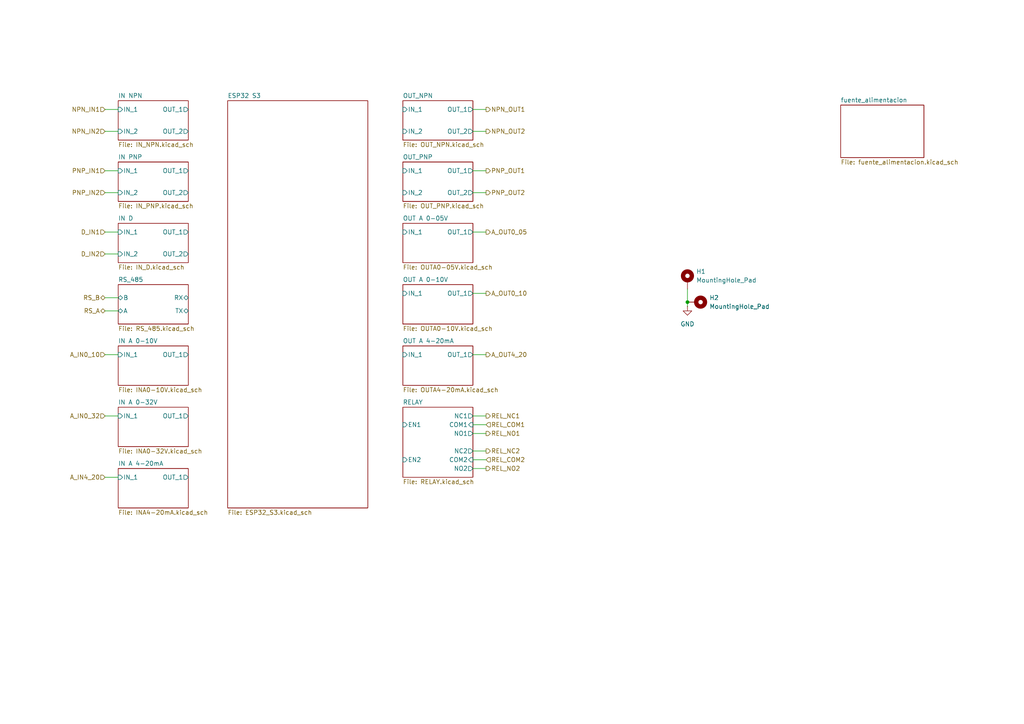
<source format=kicad_sch>
(kicad_sch (version 20250114) (generator "eeschema") (generator_version "9.0")
  (paper "A4")
  (lib_symbols
    (symbol "Mechanical:MountingHole_Pad" (pin_numbers (hide yes)) (pin_names (offset 1.016) (hide yes)) (exclude_from_sim yes) (in_bom no)
      (property "Reference" "H" (at 0 6.35 0))
      (property "Value" "MountingHole_Pad" (at 0 4.445 0))
      (symbol "MountingHole_Pad_0_1"
        (circle (center 0 1.27) (radius 1.27) (stroke (width 1.27)))
      )
      (symbol "MountingHole_Pad_1_1"
        (pin input line (at 0 -2.54 90) (length 2.54) (name "1") (number "1"))
      )
    )
    (symbol "power:GND" (power) (pin_numbers (hide yes)) (pin_names (offset 0) (hide yes))
      (property "Value" "GND" (at 0 -3.81 0))
      (symbol "GND_0_1"
        (polyline (pts (xy 0 0) (xy 0 -1.27) (xy 1.27 -1.27) (xy 0 -2.54) (xy -1.27 -1.27) (xy 0 -1.27)))
      )
      (symbol "GND_1_1"
        (pin power_in line (at 0 0 270) (length 0) (name "~") (number "1"))
      )
    )
  )
  (junction (at 199.39 87.63))
  (wire (pts (xy 137.16 49.53) (xy 140.97 49.53)))
  (wire (pts (xy 137.16 67.31) (xy 140.97 67.31)))
  (wire (pts (xy 34.29 86.36) (xy 30.48 86.36)))
  (wire (pts (xy 140.97 135.89) (xy 137.16 135.89)))
  (wire (pts (xy 30.48 120.65) (xy 34.29 120.65)))
  (wire (pts (xy 137.16 102.87) (xy 140.97 102.87)))
  (wire (pts (xy 30.48 55.88) (xy 34.29 55.88)))
  (wire (pts (xy 137.16 31.75) (xy 140.97 31.75)))
  (wire (pts (xy 140.97 125.73) (xy 137.16 125.73)))
  (wire (pts (xy 30.48 31.75) (xy 34.29 31.75)))
  (wire (pts (xy 140.97 133.35) (xy 137.16 133.35)))
  (wire (pts (xy 137.16 85.09) (xy 140.97 85.09)))
  (wire (pts (xy 30.48 138.43) (xy 34.29 138.43)))
  (wire (pts (xy 137.16 38.1) (xy 140.97 38.1)))
  (wire (pts (xy 140.97 130.81) (xy 137.16 130.81)))
  (wire (pts (xy 199.39 87.63) (xy 199.39 88.9)))
  (wire (pts (xy 30.48 102.87) (xy 34.29 102.87)))
  (wire (pts (xy 140.97 120.65) (xy 137.16 120.65)))
  (wire (pts (xy 30.48 38.1) (xy 34.29 38.1)))
  (wire (pts (xy 140.97 123.19) (xy 137.16 123.19)))
  (wire (pts (xy 34.29 90.17) (xy 30.48 90.17)))
  (wire (pts (xy 30.48 73.66) (xy 34.29 73.66)))
  (wire (pts (xy 30.48 67.31) (xy 34.29 67.31)))
  (wire (pts (xy 137.16 55.88) (xy 140.97 55.88)))
  (wire (pts (xy 30.48 49.53) (xy 34.29 49.53)))
  (wire (pts (xy 199.39 83.82) (xy 199.39 87.63)))
  (hierarchical_label "A_OUT0_05" (shape output) (at 140.97 67.31 0))
  (hierarchical_label "PNP_IN2" (shape input) (at 30.48 55.88 180))
  (hierarchical_label "A_IN4_20" (shape input) (at 30.48 138.43 180))
  (hierarchical_label "PNP_OUT1" (shape output) (at 140.97 49.53 0))
  (hierarchical_label "RS_A" (shape bidirectional) (at 30.48 90.17 180))
  (hierarchical_label "A_OUT0_10" (shape output) (at 140.97 85.09 0))
  (hierarchical_label "RS_B" (shape bidirectional) (at 30.48 86.36 180))
  (hierarchical_label "NPN_IN2" (shape input) (at 30.48 38.1 180))
  (hierarchical_label "NPN_OUT2" (shape output) (at 140.97 38.1 0))
  (hierarchical_label "PNP_OUT2" (shape output) (at 140.97 55.88 0))
  (hierarchical_label "REL_COM1" (shape input) (at 140.97 123.19 0))
  (hierarchical_label "NPN_OUT1" (shape output) (at 140.97 31.75 0))
  (hierarchical_label "A_IN0_32" (shape input) (at 30.48 120.65 180))
  (hierarchical_label "A_IN0_10" (shape input) (at 30.48 102.87 180))
  (hierarchical_label "REL_NC1" (shape output) (at 140.97 120.65 0))
  (hierarchical_label "NPN_IN1" (shape input) (at 30.48 31.75 180))
  (hierarchical_label "REL_NO1" (shape output) (at 140.97 125.73 0))
  (hierarchical_label "A_OUT4_20" (shape output) (at 140.97 102.87 0))
  (hierarchical_label "D_IN1" (shape input) (at 30.48 67.31 180))
  (hierarchical_label "D_IN2" (shape input) (at 30.48 73.66 180))
  (hierarchical_label "REL_NC2" (shape output) (at 140.97 130.81 0))
  (hierarchical_label "REL_NO2" (shape output) (at 140.97 135.89 0))
  (hierarchical_label "PNP_IN1" (shape input) (at 30.48 49.53 180))
  (hierarchical_label "REL_COM2" (shape input) (at 140.97 133.35 0))
  (symbol (lib_id "power:GND") (at 199.39 88.9 0) (unit 1)
    (property "Reference" "#PWR08" (effects (hide yes)))
    (property "Value" "GND" (at 199.39 93.98 0))
    (property "Description" "Power symbol creates a global label with name \"GND\" , ground" (effects (hide yes)))
  )
  (symbol (lib_id "Mechanical:MountingHole_Pad") (at 201.93 87.63 270) (unit 1) (exclude_from_sim yes) (in_bom no)
    (property "Reference" "H2" (at 205.74 86.3599 90) (effects (justify left)))
    (property "Value" "MountingHole_Pad" (at 205.74 88.8999 90) (effects (justify left)))
    (property "Footprint" "MountingHole:MountingHole_2.2mm_M2_Pad_Via" (effects (hide yes)))
    (property "Description" "Mounting Hole with connection" (effects (hide yes)))
  )
  (symbol (lib_id "Mechanical:MountingHole_Pad") (at 199.39 81.28 0) (unit 1) (exclude_from_sim yes) (in_bom no)
    (property "Reference" "H1" (at 201.93 78.7399 0) (effects (justify left)))
    (property "Value" "MountingHole_Pad" (at 201.93 81.2799 0) (effects (justify left)))
    (property "Footprint" "MountingHole:MountingHole_2.2mm_M2_Pad_Via" (effects (hide yes)))
    (property "Description" "Mounting Hole with connection" (effects (hide yes)))
  )
  (sheet (at 116.84 100.33) (size 20.32 11.43) (stroke (width 0.1524))
    (property "Sheetname" "OUT A 4-20mA" (at 116.84 99.6184 0) (effects (justify left bottom)))
    (property "Sheetfile" "OUTA4-20mA.kicad_sch" (at 116.84 112.3446 0) (effects (justify left top)))
    (pin "IN_1" input (at 116.84 102.87 180))
    (pin "OUT_1" output (at 137.16 102.87 0))
  )
  (sheet (at 34.29 64.77) (size 20.32 11.43) (stroke (width 0.1524))
    (property "Sheetname" "IN D" (at 34.29 64.0584 0) (effects (justify left bottom)))
    (property "Sheetfile" "IN_D.kicad_sch" (at 34.29 76.7846 0) (effects (justify left top)))
    (pin "IN_2" input (at 34.29 73.66 180))
    (pin "IN_1" input (at 34.29 67.31 180))
    (pin "OUT_1" output (at 54.61 67.31 0))
    (pin "OUT_2" output (at 54.61 73.66 0))
  )
  (sheet (at 116.84 82.55) (size 20.32 11.43) (stroke (width 0.1524))
    (property "Sheetname" "OUT A 0-10V" (at 116.84 81.8384 0) (effects (justify left bottom)))
    (property "Sheetfile" "OUTA0-10V.kicad_sch" (at 116.84 94.5646 0) (effects (justify left top)))
    (pin "IN_1" input (at 116.84 85.09 180))
    (pin "OUT_1" output (at 137.16 85.09 0))
  )
  (sheet (at 243.84 30.48) (size 24.13 15.24) (stroke (width 0.1524))
    (property "Sheetname" "fuente_alimentacion" (at 243.84 29.7684 0) (effects (justify left bottom)))
    (property "Sheetfile" "fuente_alimentacion.kicad_sch" (at 243.84 46.3046 0) (effects (justify left top)))
  )
  (sheet (at 116.84 64.77) (size 20.32 11.43) (stroke (width 0.1524))
    (property "Sheetname" "OUT A 0-05V" (at 116.84 64.0584 0) (effects (justify left bottom)))
    (property "Sheetfile" "OUTA0-05V.kicad_sch" (at 116.84 76.7846 0) (effects (justify left top)))
    (pin "IN_1" input (at 116.84 67.31 180))
    (pin "OUT_1" output (at 137.16 67.31 0))
  )
  (sheet (at 34.29 82.55) (size 20.32 11.43) (stroke (width 0.1524))
    (property "Sheetname" "RS_485" (at 34.29 81.8384 0) (effects (justify left bottom)))
    (property "Sheetfile" "RS_485.kicad_sch" (at 34.29 94.5646 0) (effects (justify left top)))
    (pin "TX" bidirectional (at 54.61 90.17 0))
    (pin "RX" bidirectional (at 54.61 86.36 0))
    (pin "A" bidirectional (at 34.29 90.17 180))
    (pin "B" bidirectional (at 34.29 86.36 180))
  )
  (sheet (at 34.29 100.33) (size 20.32 11.43) (stroke (width 0.1524))
    (property "Sheetname" "IN A 0-10V" (at 34.29 99.6184 0) (effects (justify left bottom)))
    (property "Sheetfile" "INA0-10V.kicad_sch" (at 34.29 112.3446 0) (effects (justify left top)))
    (pin "IN_1" input (at 34.29 102.87 180))
    (pin "OUT_1" output (at 54.61 102.87 0))
  )
  (sheet (at 34.29 118.11) (size 20.32 11.43) (stroke (width 0.1524))
    (property "Sheetname" "IN A 0-32V" (at 34.29 117.3984 0) (effects (justify left bottom)))
    (property "Sheetfile" "INA0-32V.kicad_sch" (at 34.29 130.1246 0) (effects (justify left top)))
    (pin "IN_1" input (at 34.29 120.65 180))
    (pin "OUT_1" output (at 54.61 120.65 0))
  )
  (sheet (at 34.29 29.21) (size 20.32 11.43) (stroke (width 0.1524))
    (property "Sheetname" "IN NPN" (at 34.29 28.4984 0) (effects (justify left bottom)))
    (property "Sheetfile" "IN_NPN.kicad_sch" (at 34.29 41.2246 0) (effects (justify left top)))
    (pin "IN_1" input (at 34.29 31.75 180))
    (pin "IN_2" input (at 34.29 38.1 180))
    (pin "OUT_2" output (at 54.61 38.1 0))
    (pin "OUT_1" output (at 54.61 31.75 0))
  )
  (sheet (at 116.84 46.99) (size 20.32 11.43) (stroke (width 0.1524))
    (property "Sheetname" "OUT_PNP" (at 116.84 46.2784 0) (effects (justify left bottom)))
    (property "Sheetfile" "OUT_PNP.kicad_sch" (at 116.84 59.0046 0) (effects (justify left top)))
    (pin "IN_1" input (at 116.84 49.53 180))
    (pin "IN_2" input (at 116.84 55.88 180))
    (pin "OUT_2" output (at 137.16 55.88 0))
    (pin "OUT_1" output (at 137.16 49.53 0))
  )
  (sheet (at 34.29 135.89) (size 20.32 11.43) (stroke (width 0.1524))
    (property "Sheetname" "IN A 4-20mA" (at 34.29 135.1784 0) (effects (justify left bottom)))
    (property "Sheetfile" "INA4-20mA.kicad_sch" (at 34.29 147.9046 0) (effects (justify left top)))
    (pin "IN_1" input (at 34.29 138.43 180))
    (pin "OUT_1" output (at 54.61 138.43 0))
  )
  (sheet (at 116.84 118.11) (size 20.32 20.32) (stroke (width 0.1524))
    (property "Sheetname" "RELAY" (at 116.84 117.3984 0) (effects (justify left bottom)))
    (property "Sheetfile" "RELAY.kicad_sch" (at 116.84 139.0146 0) (effects (justify left top)))
    (pin "NC1" output (at 137.16 120.65 0))
    (pin "NO1" output (at 137.16 125.73 0))
    (pin "EN1" input (at 116.84 123.19 180))
    (pin "COM1" input (at 137.16 123.19 0))
    (pin "NC2" output (at 137.16 130.81 0))
    (pin "NO2" output (at 137.16 135.89 0))
    (pin "EN2" input (at 116.84 133.35 180))
    (pin "COM2" input (at 137.16 133.35 0))
  )
  (sheet (at 116.84 29.21) (size 20.32 11.43) (stroke (width 0.1524))
    (property "Sheetname" "OUT_NPN" (at 116.84 28.4984 0) (effects (justify left bottom)))
    (property "Sheetfile" "OUT_NPN.kicad_sch" (at 116.84 41.2246 0) (effects (justify left top)))
    (pin "OUT_2" output (at 137.16 38.1 0))
    (pin "OUT_1" output (at 137.16 31.75 0))
    (pin "IN_1" input (at 116.84 31.75 180))
    (pin "IN_2" input (at 116.84 38.1 180))
  )
  (sheet (at 34.29 46.99) (size 20.32 11.43) (stroke (width 0.1524))
    (property "Sheetname" "IN PNP" (at 34.29 46.2784 0) (effects (justify left bottom)))
    (property "Sheetfile" "IN_PNP.kicad_sch" (at 34.29 59.0046 0) (effects (justify left top)))
    (pin "OUT_1" output (at 54.61 49.53 0))
    (pin "IN_2" input (at 34.29 55.88 180))
    (pin "OUT_2" output (at 54.61 55.88 0))
    (pin "IN_1" input (at 34.29 49.53 180))
  )
  (sheet (at 66.04 29.21) (size 40.64 118.11) (stroke (width 0.1524))
    (property "Sheetname" "ESP32 S3" (at 66.04 28.4984 0) (effects (justify left bottom)))
    (property "Sheetfile" "ESP32_S3.kicad_sch" (at 66.04 147.9046 0) (effects (justify left top)))
  )
)
</source>
